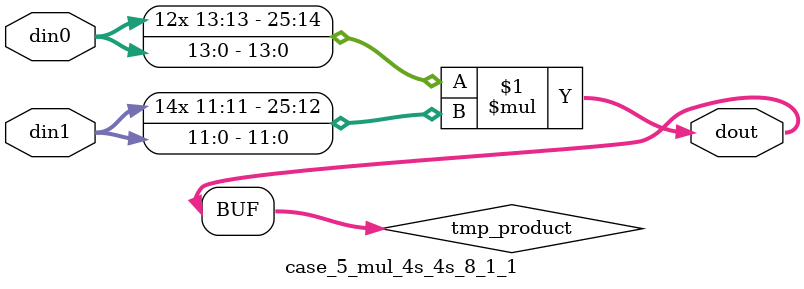
<source format=v>

`timescale 1 ns / 1 ps

 module case_5_mul_4s_4s_8_1_1(din0, din1, dout);
parameter ID = 1;
parameter NUM_STAGE = 0;
parameter din0_WIDTH = 14;
parameter din1_WIDTH = 12;
parameter dout_WIDTH = 26;

input [din0_WIDTH - 1 : 0] din0; 
input [din1_WIDTH - 1 : 0] din1; 
output [dout_WIDTH - 1 : 0] dout;

wire signed [dout_WIDTH - 1 : 0] tmp_product;



























assign tmp_product = $signed(din0) * $signed(din1);








assign dout = tmp_product;





















endmodule

</source>
